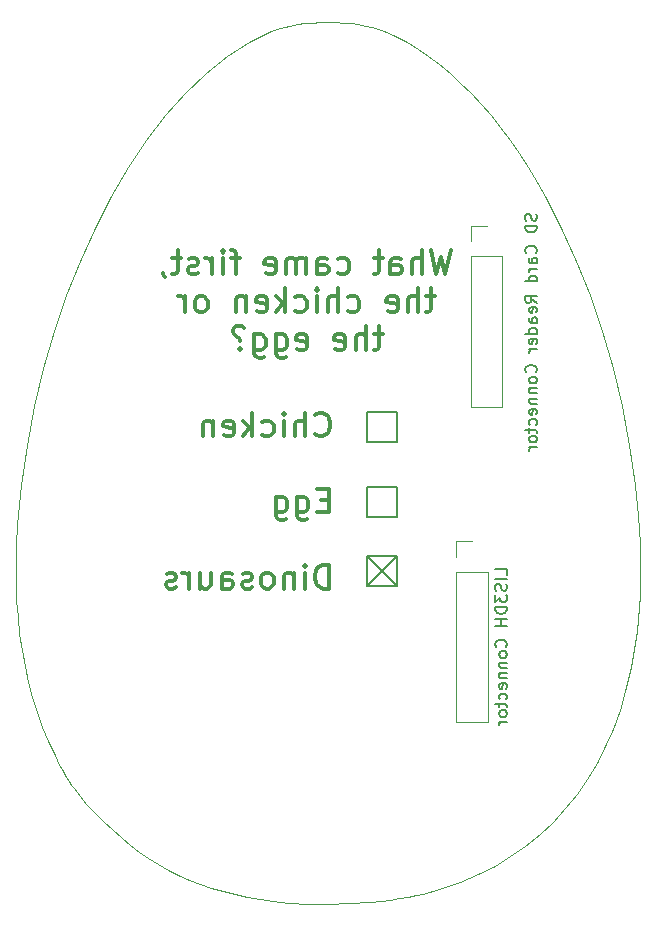
<source format=gbr>
%TF.GenerationSoftware,KiCad,Pcbnew,(6.0.6)*%
%TF.CreationDate,2022-07-21T10:54:16-07:00*%
%TF.ProjectId,ElectronicEggDrop,456c6563-7472-46f6-9e69-634567674472,rev?*%
%TF.SameCoordinates,Original*%
%TF.FileFunction,Legend,Bot*%
%TF.FilePolarity,Positive*%
%FSLAX46Y46*%
G04 Gerber Fmt 4.6, Leading zero omitted, Abs format (unit mm)*
G04 Created by KiCad (PCBNEW (6.0.6)) date 2022-07-21 10:54:16*
%MOMM*%
%LPD*%
G01*
G04 APERTURE LIST*
%ADD10C,0.150000*%
%TA.AperFunction,Profile*%
%ADD11C,0.025399*%
%TD*%
%ADD12C,0.300000*%
%ADD13C,0.120000*%
G04 APERTURE END LIST*
D10*
X137160000Y-115570000D02*
X139700000Y-115570000D01*
X139700000Y-115570000D02*
X139700000Y-113030000D01*
X139700000Y-113030000D02*
X137160000Y-113030000D01*
X137160000Y-113030000D02*
X137160000Y-115570000D01*
X137160000Y-113030000D02*
X139700000Y-115570000D01*
X137160000Y-109681228D02*
X139700000Y-109681228D01*
X139700000Y-109681228D02*
X139700000Y-107141228D01*
X139700000Y-107141228D02*
X137160000Y-107141228D01*
X137160000Y-107141228D02*
X137160000Y-109681228D01*
X137160000Y-103331228D02*
X139700000Y-103331228D01*
X139700000Y-103331228D02*
X139700000Y-100791228D01*
X139700000Y-100791228D02*
X137160000Y-100791228D01*
X137160000Y-100791228D02*
X137160000Y-103331228D01*
X137160000Y-115570000D02*
X139700000Y-113030000D01*
D11*
X110955611Y-130290463D02*
X110755790Y-129884972D01*
X111953453Y-132047527D02*
X111746614Y-131722071D01*
X109262709Y-126233297D02*
X108865549Y-124967472D01*
X109774374Y-97090331D02*
X110679355Y-93949659D01*
X159048980Y-124434594D02*
X158580224Y-126060765D01*
X132570500Y-67846666D02*
X133224333Y-67810711D01*
X111545642Y-131386665D02*
X111348306Y-131038280D01*
X135197799Y-67846666D02*
X135839665Y-67906591D01*
X133224333Y-67810711D02*
X133884150Y-67798726D01*
X140648716Y-141868040D02*
X139909930Y-141985810D01*
X129108230Y-68565766D02*
X129600509Y-68385991D01*
X107500344Y-112057038D02*
X107589163Y-110413964D01*
X153644037Y-85197673D02*
X154906137Y-87985107D01*
X142399300Y-70666716D02*
X143308753Y-71354665D01*
X114835540Y-135421166D02*
X114835540Y-135421166D01*
X116325886Y-136803079D02*
X115573617Y-136132831D01*
X123565303Y-72103961D02*
X125371362Y-70666342D01*
X129108230Y-68565766D02*
X129108230Y-68565766D01*
X139608018Y-68989629D02*
X140547898Y-69482324D01*
X159048980Y-124434594D02*
X159048980Y-124434594D01*
X138660064Y-68565766D02*
X139608018Y-68989629D01*
X145089993Y-72912702D02*
X145959711Y-73779042D01*
X159518034Y-122405316D02*
X159297061Y-123416277D01*
X138660064Y-68565766D02*
X138660064Y-68565766D01*
X108220406Y-122349862D02*
X107971882Y-120993723D01*
X159297061Y-123416277D02*
X159048980Y-124434594D01*
X117879216Y-138022275D02*
X117093901Y-137432647D01*
X143554273Y-141139184D02*
X141945068Y-141598229D01*
X131304718Y-67990486D02*
X131928634Y-67906591D01*
X115491502Y-82562526D02*
X116951002Y-80084989D01*
X159879333Y-120390834D02*
X159712068Y-121398054D01*
X130594698Y-142383751D02*
X129876023Y-142326217D01*
X143308753Y-71354665D02*
X144205995Y-72103952D01*
X123991364Y-141093309D02*
X123041435Y-140762606D01*
X118496451Y-77785292D02*
X120119529Y-75678508D01*
X148472852Y-76704865D02*
X149275113Y-77782827D01*
X153978971Y-134376577D02*
X152929983Y-135506280D01*
X121224558Y-139996134D02*
X120354502Y-139558891D01*
X159387783Y-103616389D02*
X159860427Y-106976540D01*
X160134238Y-118361896D02*
X160020000Y-119380000D01*
X158762879Y-100314217D02*
X159387783Y-103616389D01*
X118683385Y-138572699D02*
X117879216Y-138022275D01*
X119507963Y-139084659D02*
X118683385Y-138572699D01*
X150605633Y-137530539D02*
X149333701Y-138421653D01*
X107589163Y-110413964D02*
X107725092Y-108721190D01*
X151804966Y-136558174D02*
X150605633Y-137530539D01*
X127025762Y-141884150D02*
X125981973Y-141653343D01*
X133884150Y-67798726D02*
X134543966Y-67810711D01*
X123041435Y-140762606D02*
X122119684Y-140397127D01*
X125371362Y-70666342D02*
X127221777Y-69481919D01*
X158023432Y-127621175D02*
X157380321Y-129114104D01*
X154950214Y-133170787D02*
X153978971Y-134376577D01*
X150820251Y-80081543D02*
X151561060Y-81298549D01*
X157993989Y-97085013D02*
X158762879Y-100314217D01*
X159860427Y-106976540D02*
X159860427Y-106976540D01*
X111348306Y-131038280D02*
X111152373Y-130673889D01*
X145959711Y-73779042D02*
X146814117Y-74701098D01*
X129218078Y-142251046D02*
X129218078Y-142251031D01*
X120119529Y-75678508D02*
X121811920Y-73779707D01*
X158580224Y-126060765D02*
X158023432Y-127621175D01*
X109005252Y-100318416D02*
X109774374Y-97090331D01*
X140547898Y-69482324D02*
X141478670Y-70041978D01*
X130704736Y-68098351D02*
X131304718Y-67990486D01*
X113753080Y-134301541D02*
X113442680Y-133960930D01*
X154906137Y-87985107D02*
X156057345Y-90905468D01*
X160274181Y-111895825D02*
X160314946Y-113034339D01*
X111746614Y-131722071D02*
X111545642Y-131386665D01*
X114126269Y-85202833D02*
X115491502Y-82562526D01*
X113153769Y-133631570D02*
X112884117Y-133310431D01*
X124971025Y-141389976D02*
X123991364Y-141093309D01*
X157380321Y-129114104D02*
X156652603Y-130537829D01*
X112393660Y-132680707D02*
X112168391Y-132366063D01*
X160222218Y-117332865D02*
X160134238Y-118361896D01*
X137063561Y-68098351D02*
X137633624Y-68230186D01*
X129600509Y-68385991D02*
X130134672Y-68230186D01*
X112884117Y-133310431D02*
X112631491Y-132994486D01*
X132177898Y-142447768D02*
X130594698Y-142383751D01*
X147990883Y-139229796D02*
X146578896Y-139953246D01*
X110207559Y-128689869D02*
X109709955Y-127473370D01*
X137633624Y-68230186D02*
X138167786Y-68385991D01*
X128103946Y-142083133D02*
X127025762Y-141884150D01*
X149275113Y-77782827D02*
X150057924Y-78909011D01*
X145099455Y-140590282D02*
X143554273Y-141139184D01*
X156652603Y-130537829D02*
X155841996Y-131890631D01*
X107458904Y-113652591D02*
X107500344Y-112057038D01*
X127221777Y-69481919D02*
X129108230Y-68565766D01*
X130134672Y-68230186D02*
X130704736Y-68098351D01*
X141330124Y-141738691D02*
X140648716Y-141868040D01*
X108380308Y-103618843D02*
X109005252Y-100318416D01*
X125981973Y-141653343D02*
X124971025Y-141389976D01*
X109709955Y-127473370D02*
X109262709Y-126233297D01*
X107907859Y-106976540D02*
X107907859Y-106976540D01*
X135673308Y-142384656D02*
X133894995Y-142446827D01*
X114835540Y-135421166D02*
X114087203Y-134656432D01*
X138167786Y-68385991D02*
X138660064Y-68565766D01*
X144205995Y-72103952D02*
X145089993Y-72912702D01*
X129218078Y-142251031D02*
X128103946Y-142083133D01*
X146814117Y-74701098D02*
X147652175Y-75676997D01*
X160020000Y-119380000D02*
X159879333Y-120390834D01*
X107519249Y-116709839D02*
X107465116Y-115202799D01*
X159712068Y-121398054D02*
X159518034Y-122405316D01*
X111152373Y-130673889D02*
X110955611Y-130290463D01*
X160320080Y-115227395D02*
X160284108Y-116289250D01*
X141478670Y-70041978D02*
X142399300Y-70666716D01*
X108518205Y-123673720D02*
X108220406Y-122349862D01*
X112168391Y-132366063D02*
X111953453Y-132047527D01*
X112631491Y-132994486D02*
X112393660Y-132680707D01*
X110755790Y-129884972D02*
X110755790Y-129884972D01*
X150057924Y-78909011D02*
X150820251Y-80081543D01*
X152929983Y-135506280D02*
X151804966Y-136558174D01*
X114087203Y-134656432D02*
X113753080Y-134301541D01*
X129218078Y-142251046D02*
X129218078Y-142251046D01*
X159860427Y-106976540D02*
X160117102Y-109516541D01*
X152279317Y-82558155D02*
X153644037Y-85197673D01*
X110755790Y-129884972D02*
X110207559Y-128689869D01*
X141945068Y-141598229D02*
X141945068Y-141598229D01*
X113442680Y-133960930D02*
X113153769Y-133631570D01*
X121811920Y-73779707D02*
X123565303Y-72103961D01*
X160284108Y-116289250D02*
X160222218Y-117332865D01*
X112863621Y-87990839D02*
X114126269Y-85202833D01*
X135839665Y-67906591D02*
X136463580Y-67990486D01*
X133894995Y-142446827D02*
X132177898Y-142447768D01*
X115573617Y-136132831D02*
X114835540Y-135421166D01*
X141945068Y-141598229D02*
X141330124Y-141738691D01*
X107465116Y-115202799D02*
X107458904Y-113652591D01*
X160330303Y-114143644D02*
X160320080Y-115227395D01*
X107621574Y-118175888D02*
X107519249Y-116709839D01*
X147652175Y-75676997D02*
X148472852Y-76704865D01*
X117093901Y-137432647D02*
X116325886Y-136803079D01*
X111711877Y-90911471D02*
X112863621Y-87990839D01*
X108865549Y-124967472D02*
X108518205Y-123673720D01*
X155841996Y-131890631D02*
X154950214Y-133170787D01*
X156057345Y-90905468D02*
X157089387Y-93943767D01*
X157089387Y-93943767D02*
X157993989Y-97085013D01*
X107971882Y-120993723D02*
X107772361Y-119603123D01*
X151561060Y-81298549D02*
X152279317Y-82558155D01*
X110679355Y-93949659D02*
X111711877Y-90911471D01*
X139909930Y-141985810D02*
X139122851Y-142091534D01*
X160314946Y-113034339D02*
X160330303Y-114143644D01*
X107772361Y-119603123D02*
X107621574Y-118175888D01*
X136463580Y-67990486D02*
X137063561Y-68098351D01*
X149333701Y-138421653D02*
X147990883Y-139229796D01*
X122119684Y-140397127D02*
X121224558Y-139996134D01*
X116951002Y-80084989D02*
X118496451Y-77785292D01*
X160117102Y-109516541D02*
X160274181Y-111895825D01*
X107907859Y-106976540D02*
X108380308Y-103618843D01*
X137440155Y-142264982D02*
X135673308Y-142384656D01*
X139122851Y-142091534D02*
X137440155Y-142264982D01*
X134543966Y-67810711D02*
X135197799Y-67846666D01*
X107725092Y-108721190D02*
X107907859Y-106976540D01*
X120354502Y-139558891D02*
X119507963Y-139084659D01*
X129876023Y-142326217D02*
X129218078Y-142251046D01*
X146578896Y-139953246D02*
X145099455Y-140590282D01*
X131928634Y-67906591D02*
X132570500Y-67846666D01*
D12*
X132805952Y-102685513D02*
X132901190Y-102780751D01*
X133186904Y-102875989D01*
X133377380Y-102875989D01*
X133663095Y-102780751D01*
X133853571Y-102590275D01*
X133948809Y-102399799D01*
X134044047Y-102018847D01*
X134044047Y-101733132D01*
X133948809Y-101352180D01*
X133853571Y-101161704D01*
X133663095Y-100971228D01*
X133377380Y-100875989D01*
X133186904Y-100875989D01*
X132901190Y-100971228D01*
X132805952Y-101066466D01*
X131948809Y-102875989D02*
X131948809Y-100875989D01*
X131091666Y-102875989D02*
X131091666Y-101828370D01*
X131186904Y-101637894D01*
X131377380Y-101542656D01*
X131663095Y-101542656D01*
X131853571Y-101637894D01*
X131948809Y-101733132D01*
X130139285Y-102875989D02*
X130139285Y-101542656D01*
X130139285Y-100875989D02*
X130234523Y-100971228D01*
X130139285Y-101066466D01*
X130044047Y-100971228D01*
X130139285Y-100875989D01*
X130139285Y-101066466D01*
X128329761Y-102780751D02*
X128520238Y-102875989D01*
X128901190Y-102875989D01*
X129091666Y-102780751D01*
X129186904Y-102685513D01*
X129282142Y-102495037D01*
X129282142Y-101923608D01*
X129186904Y-101733132D01*
X129091666Y-101637894D01*
X128901190Y-101542656D01*
X128520238Y-101542656D01*
X128329761Y-101637894D01*
X127472619Y-102875989D02*
X127472619Y-100875989D01*
X127282142Y-102114085D02*
X126710714Y-102875989D01*
X126710714Y-101542656D02*
X127472619Y-102304561D01*
X125091666Y-102780751D02*
X125282142Y-102875989D01*
X125663095Y-102875989D01*
X125853571Y-102780751D01*
X125948809Y-102590275D01*
X125948809Y-101828370D01*
X125853571Y-101637894D01*
X125663095Y-101542656D01*
X125282142Y-101542656D01*
X125091666Y-101637894D01*
X124996428Y-101828370D01*
X124996428Y-102018847D01*
X125948809Y-102209323D01*
X124139285Y-101542656D02*
X124139285Y-102875989D01*
X124139285Y-101733132D02*
X124044047Y-101637894D01*
X123853571Y-101542656D01*
X123567857Y-101542656D01*
X123377380Y-101637894D01*
X123282142Y-101828370D01*
X123282142Y-102875989D01*
X133948809Y-108268370D02*
X133282142Y-108268370D01*
X132996428Y-109315989D02*
X133948809Y-109315989D01*
X133948809Y-107315989D01*
X132996428Y-107315989D01*
X131282142Y-107982656D02*
X131282142Y-109601704D01*
X131377380Y-109792180D01*
X131472619Y-109887418D01*
X131663095Y-109982656D01*
X131948809Y-109982656D01*
X132139285Y-109887418D01*
X131282142Y-109220751D02*
X131472619Y-109315989D01*
X131853571Y-109315989D01*
X132044047Y-109220751D01*
X132139285Y-109125513D01*
X132234523Y-108935037D01*
X132234523Y-108363608D01*
X132139285Y-108173132D01*
X132044047Y-108077894D01*
X131853571Y-107982656D01*
X131472619Y-107982656D01*
X131282142Y-108077894D01*
X129472619Y-107982656D02*
X129472619Y-109601704D01*
X129567857Y-109792180D01*
X129663095Y-109887418D01*
X129853571Y-109982656D01*
X130139285Y-109982656D01*
X130329761Y-109887418D01*
X129472619Y-109220751D02*
X129663095Y-109315989D01*
X130044047Y-109315989D01*
X130234523Y-109220751D01*
X130329761Y-109125513D01*
X130425000Y-108935037D01*
X130425000Y-108363608D01*
X130329761Y-108173132D01*
X130234523Y-108077894D01*
X130044047Y-107982656D01*
X129663095Y-107982656D01*
X129472619Y-108077894D01*
X133948809Y-115755989D02*
X133948809Y-113755989D01*
X133472619Y-113755989D01*
X133186904Y-113851228D01*
X132996428Y-114041704D01*
X132901190Y-114232180D01*
X132805952Y-114613132D01*
X132805952Y-114898847D01*
X132901190Y-115279799D01*
X132996428Y-115470275D01*
X133186904Y-115660751D01*
X133472619Y-115755989D01*
X133948809Y-115755989D01*
X131948809Y-115755989D02*
X131948809Y-114422656D01*
X131948809Y-113755989D02*
X132044047Y-113851228D01*
X131948809Y-113946466D01*
X131853571Y-113851228D01*
X131948809Y-113755989D01*
X131948809Y-113946466D01*
X130996428Y-114422656D02*
X130996428Y-115755989D01*
X130996428Y-114613132D02*
X130901190Y-114517894D01*
X130710714Y-114422656D01*
X130425000Y-114422656D01*
X130234523Y-114517894D01*
X130139285Y-114708370D01*
X130139285Y-115755989D01*
X128901190Y-115755989D02*
X129091666Y-115660751D01*
X129186904Y-115565513D01*
X129282142Y-115375037D01*
X129282142Y-114803608D01*
X129186904Y-114613132D01*
X129091666Y-114517894D01*
X128901190Y-114422656D01*
X128615476Y-114422656D01*
X128425000Y-114517894D01*
X128329761Y-114613132D01*
X128234523Y-114803608D01*
X128234523Y-115375037D01*
X128329761Y-115565513D01*
X128425000Y-115660751D01*
X128615476Y-115755989D01*
X128901190Y-115755989D01*
X127472619Y-115660751D02*
X127282142Y-115755989D01*
X126901190Y-115755989D01*
X126710714Y-115660751D01*
X126615476Y-115470275D01*
X126615476Y-115375037D01*
X126710714Y-115184561D01*
X126901190Y-115089323D01*
X127186904Y-115089323D01*
X127377380Y-114994085D01*
X127472619Y-114803608D01*
X127472619Y-114708370D01*
X127377380Y-114517894D01*
X127186904Y-114422656D01*
X126901190Y-114422656D01*
X126710714Y-114517894D01*
X124901190Y-115755989D02*
X124901190Y-114708370D01*
X124996428Y-114517894D01*
X125186904Y-114422656D01*
X125567857Y-114422656D01*
X125758333Y-114517894D01*
X124901190Y-115660751D02*
X125091666Y-115755989D01*
X125567857Y-115755989D01*
X125758333Y-115660751D01*
X125853571Y-115470275D01*
X125853571Y-115279799D01*
X125758333Y-115089323D01*
X125567857Y-114994085D01*
X125091666Y-114994085D01*
X124901190Y-114898847D01*
X123091666Y-114422656D02*
X123091666Y-115755989D01*
X123948809Y-114422656D02*
X123948809Y-115470275D01*
X123853571Y-115660751D01*
X123663095Y-115755989D01*
X123377380Y-115755989D01*
X123186904Y-115660751D01*
X123091666Y-115565513D01*
X122139285Y-115755989D02*
X122139285Y-114422656D01*
X122139285Y-114803608D02*
X122044047Y-114613132D01*
X121948809Y-114517894D01*
X121758333Y-114422656D01*
X121567857Y-114422656D01*
X120996428Y-115660751D02*
X120805952Y-115755989D01*
X120425000Y-115755989D01*
X120234523Y-115660751D01*
X120139285Y-115470275D01*
X120139285Y-115375037D01*
X120234523Y-115184561D01*
X120425000Y-115089323D01*
X120710714Y-115089323D01*
X120901190Y-114994085D01*
X120996428Y-114803608D01*
X120996428Y-114708370D01*
X120901190Y-114517894D01*
X120710714Y-114422656D01*
X120425000Y-114422656D01*
X120234523Y-114517894D01*
X144318095Y-87124761D02*
X143841904Y-89124761D01*
X143460952Y-87696190D01*
X143080000Y-89124761D01*
X142603809Y-87124761D01*
X141841904Y-89124761D02*
X141841904Y-87124761D01*
X140984761Y-89124761D02*
X140984761Y-88077142D01*
X141080000Y-87886666D01*
X141270476Y-87791428D01*
X141556190Y-87791428D01*
X141746666Y-87886666D01*
X141841904Y-87981904D01*
X139175238Y-89124761D02*
X139175238Y-88077142D01*
X139270476Y-87886666D01*
X139460952Y-87791428D01*
X139841904Y-87791428D01*
X140032380Y-87886666D01*
X139175238Y-89029523D02*
X139365714Y-89124761D01*
X139841904Y-89124761D01*
X140032380Y-89029523D01*
X140127619Y-88839047D01*
X140127619Y-88648571D01*
X140032380Y-88458095D01*
X139841904Y-88362857D01*
X139365714Y-88362857D01*
X139175238Y-88267619D01*
X138508571Y-87791428D02*
X137746666Y-87791428D01*
X138222857Y-87124761D02*
X138222857Y-88839047D01*
X138127619Y-89029523D01*
X137937142Y-89124761D01*
X137746666Y-89124761D01*
X134699047Y-89029523D02*
X134889523Y-89124761D01*
X135270476Y-89124761D01*
X135460952Y-89029523D01*
X135556190Y-88934285D01*
X135651428Y-88743809D01*
X135651428Y-88172380D01*
X135556190Y-87981904D01*
X135460952Y-87886666D01*
X135270476Y-87791428D01*
X134889523Y-87791428D01*
X134699047Y-87886666D01*
X132984761Y-89124761D02*
X132984761Y-88077142D01*
X133080000Y-87886666D01*
X133270476Y-87791428D01*
X133651428Y-87791428D01*
X133841904Y-87886666D01*
X132984761Y-89029523D02*
X133175238Y-89124761D01*
X133651428Y-89124761D01*
X133841904Y-89029523D01*
X133937142Y-88839047D01*
X133937142Y-88648571D01*
X133841904Y-88458095D01*
X133651428Y-88362857D01*
X133175238Y-88362857D01*
X132984761Y-88267619D01*
X132032380Y-89124761D02*
X132032380Y-87791428D01*
X132032380Y-87981904D02*
X131937142Y-87886666D01*
X131746666Y-87791428D01*
X131460952Y-87791428D01*
X131270476Y-87886666D01*
X131175238Y-88077142D01*
X131175238Y-89124761D01*
X131175238Y-88077142D02*
X131080000Y-87886666D01*
X130889523Y-87791428D01*
X130603809Y-87791428D01*
X130413333Y-87886666D01*
X130318095Y-88077142D01*
X130318095Y-89124761D01*
X128603809Y-89029523D02*
X128794285Y-89124761D01*
X129175238Y-89124761D01*
X129365714Y-89029523D01*
X129460952Y-88839047D01*
X129460952Y-88077142D01*
X129365714Y-87886666D01*
X129175238Y-87791428D01*
X128794285Y-87791428D01*
X128603809Y-87886666D01*
X128508571Y-88077142D01*
X128508571Y-88267619D01*
X129460952Y-88458095D01*
X126413333Y-87791428D02*
X125651428Y-87791428D01*
X126127619Y-89124761D02*
X126127619Y-87410476D01*
X126032380Y-87220000D01*
X125841904Y-87124761D01*
X125651428Y-87124761D01*
X124984761Y-89124761D02*
X124984761Y-87791428D01*
X124984761Y-87124761D02*
X125080000Y-87220000D01*
X124984761Y-87315238D01*
X124889523Y-87220000D01*
X124984761Y-87124761D01*
X124984761Y-87315238D01*
X124032380Y-89124761D02*
X124032380Y-87791428D01*
X124032380Y-88172380D02*
X123937142Y-87981904D01*
X123841904Y-87886666D01*
X123651428Y-87791428D01*
X123460952Y-87791428D01*
X122889523Y-89029523D02*
X122699047Y-89124761D01*
X122318095Y-89124761D01*
X122127619Y-89029523D01*
X122032380Y-88839047D01*
X122032380Y-88743809D01*
X122127619Y-88553333D01*
X122318095Y-88458095D01*
X122603809Y-88458095D01*
X122794285Y-88362857D01*
X122889523Y-88172380D01*
X122889523Y-88077142D01*
X122794285Y-87886666D01*
X122603809Y-87791428D01*
X122318095Y-87791428D01*
X122127619Y-87886666D01*
X121460952Y-87791428D02*
X120699047Y-87791428D01*
X121175238Y-87124761D02*
X121175238Y-88839047D01*
X121080000Y-89029523D01*
X120889523Y-89124761D01*
X120699047Y-89124761D01*
X119937142Y-89029523D02*
X119937142Y-89124761D01*
X120032380Y-89315238D01*
X120127619Y-89410476D01*
X142937142Y-91011428D02*
X142175238Y-91011428D01*
X142651428Y-90344761D02*
X142651428Y-92059047D01*
X142556190Y-92249523D01*
X142365714Y-92344761D01*
X142175238Y-92344761D01*
X141508571Y-92344761D02*
X141508571Y-90344761D01*
X140651428Y-92344761D02*
X140651428Y-91297142D01*
X140746666Y-91106666D01*
X140937142Y-91011428D01*
X141222857Y-91011428D01*
X141413333Y-91106666D01*
X141508571Y-91201904D01*
X138937142Y-92249523D02*
X139127619Y-92344761D01*
X139508571Y-92344761D01*
X139699047Y-92249523D01*
X139794285Y-92059047D01*
X139794285Y-91297142D01*
X139699047Y-91106666D01*
X139508571Y-91011428D01*
X139127619Y-91011428D01*
X138937142Y-91106666D01*
X138841904Y-91297142D01*
X138841904Y-91487619D01*
X139794285Y-91678095D01*
X135603809Y-92249523D02*
X135794285Y-92344761D01*
X136175238Y-92344761D01*
X136365714Y-92249523D01*
X136460952Y-92154285D01*
X136556190Y-91963809D01*
X136556190Y-91392380D01*
X136460952Y-91201904D01*
X136365714Y-91106666D01*
X136175238Y-91011428D01*
X135794285Y-91011428D01*
X135603809Y-91106666D01*
X134746666Y-92344761D02*
X134746666Y-90344761D01*
X133889523Y-92344761D02*
X133889523Y-91297142D01*
X133984761Y-91106666D01*
X134175238Y-91011428D01*
X134460952Y-91011428D01*
X134651428Y-91106666D01*
X134746666Y-91201904D01*
X132937142Y-92344761D02*
X132937142Y-91011428D01*
X132937142Y-90344761D02*
X133032380Y-90440000D01*
X132937142Y-90535238D01*
X132841904Y-90440000D01*
X132937142Y-90344761D01*
X132937142Y-90535238D01*
X131127619Y-92249523D02*
X131318095Y-92344761D01*
X131699047Y-92344761D01*
X131889523Y-92249523D01*
X131984761Y-92154285D01*
X132080000Y-91963809D01*
X132080000Y-91392380D01*
X131984761Y-91201904D01*
X131889523Y-91106666D01*
X131699047Y-91011428D01*
X131318095Y-91011428D01*
X131127619Y-91106666D01*
X130270476Y-92344761D02*
X130270476Y-90344761D01*
X130080000Y-91582857D02*
X129508571Y-92344761D01*
X129508571Y-91011428D02*
X130270476Y-91773333D01*
X127889523Y-92249523D02*
X128080000Y-92344761D01*
X128460952Y-92344761D01*
X128651428Y-92249523D01*
X128746666Y-92059047D01*
X128746666Y-91297142D01*
X128651428Y-91106666D01*
X128460952Y-91011428D01*
X128080000Y-91011428D01*
X127889523Y-91106666D01*
X127794285Y-91297142D01*
X127794285Y-91487619D01*
X128746666Y-91678095D01*
X126937142Y-91011428D02*
X126937142Y-92344761D01*
X126937142Y-91201904D02*
X126841904Y-91106666D01*
X126651428Y-91011428D01*
X126365714Y-91011428D01*
X126175238Y-91106666D01*
X126080000Y-91297142D01*
X126080000Y-92344761D01*
X123318095Y-92344761D02*
X123508571Y-92249523D01*
X123603809Y-92154285D01*
X123699047Y-91963809D01*
X123699047Y-91392380D01*
X123603809Y-91201904D01*
X123508571Y-91106666D01*
X123318095Y-91011428D01*
X123032380Y-91011428D01*
X122841904Y-91106666D01*
X122746666Y-91201904D01*
X122651428Y-91392380D01*
X122651428Y-91963809D01*
X122746666Y-92154285D01*
X122841904Y-92249523D01*
X123032380Y-92344761D01*
X123318095Y-92344761D01*
X121794285Y-92344761D02*
X121794285Y-91011428D01*
X121794285Y-91392380D02*
X121699047Y-91201904D01*
X121603809Y-91106666D01*
X121413333Y-91011428D01*
X121222857Y-91011428D01*
X138508571Y-94231428D02*
X137746666Y-94231428D01*
X138222857Y-93564761D02*
X138222857Y-95279047D01*
X138127619Y-95469523D01*
X137937142Y-95564761D01*
X137746666Y-95564761D01*
X137080000Y-95564761D02*
X137080000Y-93564761D01*
X136222857Y-95564761D02*
X136222857Y-94517142D01*
X136318095Y-94326666D01*
X136508571Y-94231428D01*
X136794285Y-94231428D01*
X136984761Y-94326666D01*
X137080000Y-94421904D01*
X134508571Y-95469523D02*
X134699047Y-95564761D01*
X135080000Y-95564761D01*
X135270476Y-95469523D01*
X135365714Y-95279047D01*
X135365714Y-94517142D01*
X135270476Y-94326666D01*
X135080000Y-94231428D01*
X134699047Y-94231428D01*
X134508571Y-94326666D01*
X134413333Y-94517142D01*
X134413333Y-94707619D01*
X135365714Y-94898095D01*
X131270476Y-95469523D02*
X131460952Y-95564761D01*
X131841904Y-95564761D01*
X132032380Y-95469523D01*
X132127619Y-95279047D01*
X132127619Y-94517142D01*
X132032380Y-94326666D01*
X131841904Y-94231428D01*
X131460952Y-94231428D01*
X131270476Y-94326666D01*
X131175238Y-94517142D01*
X131175238Y-94707619D01*
X132127619Y-94898095D01*
X129460952Y-94231428D02*
X129460952Y-95850476D01*
X129556190Y-96040952D01*
X129651428Y-96136190D01*
X129841904Y-96231428D01*
X130127619Y-96231428D01*
X130318095Y-96136190D01*
X129460952Y-95469523D02*
X129651428Y-95564761D01*
X130032380Y-95564761D01*
X130222857Y-95469523D01*
X130318095Y-95374285D01*
X130413333Y-95183809D01*
X130413333Y-94612380D01*
X130318095Y-94421904D01*
X130222857Y-94326666D01*
X130032380Y-94231428D01*
X129651428Y-94231428D01*
X129460952Y-94326666D01*
X127651428Y-94231428D02*
X127651428Y-95850476D01*
X127746666Y-96040952D01*
X127841904Y-96136190D01*
X128032380Y-96231428D01*
X128318095Y-96231428D01*
X128508571Y-96136190D01*
X127651428Y-95469523D02*
X127841904Y-95564761D01*
X128222857Y-95564761D01*
X128413333Y-95469523D01*
X128508571Y-95374285D01*
X128603809Y-95183809D01*
X128603809Y-94612380D01*
X128508571Y-94421904D01*
X128413333Y-94326666D01*
X128222857Y-94231428D01*
X127841904Y-94231428D01*
X127651428Y-94326666D01*
X126413333Y-95374285D02*
X126318095Y-95469523D01*
X126413333Y-95564761D01*
X126508571Y-95469523D01*
X126413333Y-95374285D01*
X126413333Y-95564761D01*
X126794285Y-93660000D02*
X126603809Y-93564761D01*
X126127619Y-93564761D01*
X125937142Y-93660000D01*
X125841904Y-93850476D01*
X125841904Y-94040952D01*
X125937142Y-94231428D01*
X126032380Y-94326666D01*
X126222857Y-94421904D01*
X126318095Y-94517142D01*
X126413333Y-94707619D01*
X126413333Y-94802857D01*
D10*
%TO.C,LIS3DH Connector*%
X149042380Y-114602380D02*
X149042380Y-114126190D01*
X148042380Y-114126190D01*
X149042380Y-114935714D02*
X148042380Y-114935714D01*
X148994761Y-115364285D02*
X149042380Y-115507142D01*
X149042380Y-115745238D01*
X148994761Y-115840476D01*
X148947142Y-115888095D01*
X148851904Y-115935714D01*
X148756666Y-115935714D01*
X148661428Y-115888095D01*
X148613809Y-115840476D01*
X148566190Y-115745238D01*
X148518571Y-115554761D01*
X148470952Y-115459523D01*
X148423333Y-115411904D01*
X148328095Y-115364285D01*
X148232857Y-115364285D01*
X148137619Y-115411904D01*
X148090000Y-115459523D01*
X148042380Y-115554761D01*
X148042380Y-115792857D01*
X148090000Y-115935714D01*
X148042380Y-116269047D02*
X148042380Y-116888095D01*
X148423333Y-116554761D01*
X148423333Y-116697619D01*
X148470952Y-116792857D01*
X148518571Y-116840476D01*
X148613809Y-116888095D01*
X148851904Y-116888095D01*
X148947142Y-116840476D01*
X148994761Y-116792857D01*
X149042380Y-116697619D01*
X149042380Y-116411904D01*
X148994761Y-116316666D01*
X148947142Y-116269047D01*
X149042380Y-117316666D02*
X148042380Y-117316666D01*
X148042380Y-117554761D01*
X148090000Y-117697619D01*
X148185238Y-117792857D01*
X148280476Y-117840476D01*
X148470952Y-117888095D01*
X148613809Y-117888095D01*
X148804285Y-117840476D01*
X148899523Y-117792857D01*
X148994761Y-117697619D01*
X149042380Y-117554761D01*
X149042380Y-117316666D01*
X149042380Y-118316666D02*
X148042380Y-118316666D01*
X148518571Y-118316666D02*
X148518571Y-118888095D01*
X149042380Y-118888095D02*
X148042380Y-118888095D01*
X148947142Y-120697619D02*
X148994761Y-120650000D01*
X149042380Y-120507142D01*
X149042380Y-120411904D01*
X148994761Y-120269047D01*
X148899523Y-120173809D01*
X148804285Y-120126190D01*
X148613809Y-120078571D01*
X148470952Y-120078571D01*
X148280476Y-120126190D01*
X148185238Y-120173809D01*
X148090000Y-120269047D01*
X148042380Y-120411904D01*
X148042380Y-120507142D01*
X148090000Y-120650000D01*
X148137619Y-120697619D01*
X149042380Y-121269047D02*
X148994761Y-121173809D01*
X148947142Y-121126190D01*
X148851904Y-121078571D01*
X148566190Y-121078571D01*
X148470952Y-121126190D01*
X148423333Y-121173809D01*
X148375714Y-121269047D01*
X148375714Y-121411904D01*
X148423333Y-121507142D01*
X148470952Y-121554761D01*
X148566190Y-121602380D01*
X148851904Y-121602380D01*
X148947142Y-121554761D01*
X148994761Y-121507142D01*
X149042380Y-121411904D01*
X149042380Y-121269047D01*
X148375714Y-122030952D02*
X149042380Y-122030952D01*
X148470952Y-122030952D02*
X148423333Y-122078571D01*
X148375714Y-122173809D01*
X148375714Y-122316666D01*
X148423333Y-122411904D01*
X148518571Y-122459523D01*
X149042380Y-122459523D01*
X148375714Y-122935714D02*
X149042380Y-122935714D01*
X148470952Y-122935714D02*
X148423333Y-122983333D01*
X148375714Y-123078571D01*
X148375714Y-123221428D01*
X148423333Y-123316666D01*
X148518571Y-123364285D01*
X149042380Y-123364285D01*
X148994761Y-124221428D02*
X149042380Y-124126190D01*
X149042380Y-123935714D01*
X148994761Y-123840476D01*
X148899523Y-123792857D01*
X148518571Y-123792857D01*
X148423333Y-123840476D01*
X148375714Y-123935714D01*
X148375714Y-124126190D01*
X148423333Y-124221428D01*
X148518571Y-124269047D01*
X148613809Y-124269047D01*
X148709047Y-123792857D01*
X148994761Y-125126190D02*
X149042380Y-125030952D01*
X149042380Y-124840476D01*
X148994761Y-124745238D01*
X148947142Y-124697619D01*
X148851904Y-124650000D01*
X148566190Y-124650000D01*
X148470952Y-124697619D01*
X148423333Y-124745238D01*
X148375714Y-124840476D01*
X148375714Y-125030952D01*
X148423333Y-125126190D01*
X148375714Y-125411904D02*
X148375714Y-125792857D01*
X148042380Y-125554761D02*
X148899523Y-125554761D01*
X148994761Y-125602380D01*
X149042380Y-125697619D01*
X149042380Y-125792857D01*
X149042380Y-126269047D02*
X148994761Y-126173809D01*
X148947142Y-126126190D01*
X148851904Y-126078571D01*
X148566190Y-126078571D01*
X148470952Y-126126190D01*
X148423333Y-126173809D01*
X148375714Y-126269047D01*
X148375714Y-126411904D01*
X148423333Y-126507142D01*
X148470952Y-126554761D01*
X148566190Y-126602380D01*
X148851904Y-126602380D01*
X148947142Y-126554761D01*
X148994761Y-126507142D01*
X149042380Y-126411904D01*
X149042380Y-126269047D01*
X149042380Y-127030952D02*
X148375714Y-127030952D01*
X148566190Y-127030952D02*
X148470952Y-127078571D01*
X148423333Y-127126190D01*
X148375714Y-127221428D01*
X148375714Y-127316666D01*
%TO.C,SD Card Reader Connector*%
X151534761Y-84033809D02*
X151582380Y-84176666D01*
X151582380Y-84414761D01*
X151534761Y-84510000D01*
X151487142Y-84557619D01*
X151391904Y-84605238D01*
X151296666Y-84605238D01*
X151201428Y-84557619D01*
X151153809Y-84510000D01*
X151106190Y-84414761D01*
X151058571Y-84224285D01*
X151010952Y-84129047D01*
X150963333Y-84081428D01*
X150868095Y-84033809D01*
X150772857Y-84033809D01*
X150677619Y-84081428D01*
X150630000Y-84129047D01*
X150582380Y-84224285D01*
X150582380Y-84462380D01*
X150630000Y-84605238D01*
X151582380Y-85033809D02*
X150582380Y-85033809D01*
X150582380Y-85271904D01*
X150630000Y-85414761D01*
X150725238Y-85509999D01*
X150820476Y-85557619D01*
X151010952Y-85605238D01*
X151153809Y-85605238D01*
X151344285Y-85557619D01*
X151439523Y-85509999D01*
X151534761Y-85414761D01*
X151582380Y-85271904D01*
X151582380Y-85033809D01*
X151487142Y-87367142D02*
X151534761Y-87319523D01*
X151582380Y-87176666D01*
X151582380Y-87081428D01*
X151534761Y-86938571D01*
X151439523Y-86843333D01*
X151344285Y-86795714D01*
X151153809Y-86748095D01*
X151010952Y-86748095D01*
X150820476Y-86795714D01*
X150725238Y-86843333D01*
X150630000Y-86938571D01*
X150582380Y-87081428D01*
X150582380Y-87176666D01*
X150630000Y-87319523D01*
X150677619Y-87367142D01*
X151582380Y-88224285D02*
X151058571Y-88224285D01*
X150963333Y-88176666D01*
X150915714Y-88081428D01*
X150915714Y-87890952D01*
X150963333Y-87795714D01*
X151534761Y-88224285D02*
X151582380Y-88129047D01*
X151582380Y-87890952D01*
X151534761Y-87795714D01*
X151439523Y-87748095D01*
X151344285Y-87748095D01*
X151249047Y-87795714D01*
X151201428Y-87890952D01*
X151201428Y-88129047D01*
X151153809Y-88224285D01*
X151582380Y-88700476D02*
X150915714Y-88700476D01*
X151106190Y-88700476D02*
X151010952Y-88748095D01*
X150963333Y-88795714D01*
X150915714Y-88890952D01*
X150915714Y-88986190D01*
X151582380Y-89748095D02*
X150582380Y-89748095D01*
X151534761Y-89748095D02*
X151582380Y-89652857D01*
X151582380Y-89462380D01*
X151534761Y-89367142D01*
X151487142Y-89319523D01*
X151391904Y-89271904D01*
X151106190Y-89271904D01*
X151010952Y-89319523D01*
X150963333Y-89367142D01*
X150915714Y-89462380D01*
X150915714Y-89652857D01*
X150963333Y-89748095D01*
X151582380Y-91557619D02*
X151106190Y-91224285D01*
X151582380Y-90986190D02*
X150582380Y-90986190D01*
X150582380Y-91367142D01*
X150630000Y-91462380D01*
X150677619Y-91509999D01*
X150772857Y-91557619D01*
X150915714Y-91557619D01*
X151010952Y-91509999D01*
X151058571Y-91462380D01*
X151106190Y-91367142D01*
X151106190Y-90986190D01*
X151534761Y-92367142D02*
X151582380Y-92271904D01*
X151582380Y-92081428D01*
X151534761Y-91986190D01*
X151439523Y-91938571D01*
X151058571Y-91938571D01*
X150963333Y-91986190D01*
X150915714Y-92081428D01*
X150915714Y-92271904D01*
X150963333Y-92367142D01*
X151058571Y-92414761D01*
X151153809Y-92414761D01*
X151249047Y-91938571D01*
X151582380Y-93271904D02*
X151058571Y-93271904D01*
X150963333Y-93224285D01*
X150915714Y-93129047D01*
X150915714Y-92938571D01*
X150963333Y-92843333D01*
X151534761Y-93271904D02*
X151582380Y-93176666D01*
X151582380Y-92938571D01*
X151534761Y-92843333D01*
X151439523Y-92795714D01*
X151344285Y-92795714D01*
X151249047Y-92843333D01*
X151201428Y-92938571D01*
X151201428Y-93176666D01*
X151153809Y-93271904D01*
X151582380Y-94176666D02*
X150582380Y-94176666D01*
X151534761Y-94176666D02*
X151582380Y-94081428D01*
X151582380Y-93890952D01*
X151534761Y-93795714D01*
X151487142Y-93748095D01*
X151391904Y-93700476D01*
X151106190Y-93700476D01*
X151010952Y-93748095D01*
X150963333Y-93795714D01*
X150915714Y-93890952D01*
X150915714Y-94081428D01*
X150963333Y-94176666D01*
X151534761Y-95033809D02*
X151582380Y-94938571D01*
X151582380Y-94748095D01*
X151534761Y-94652857D01*
X151439523Y-94605238D01*
X151058571Y-94605238D01*
X150963333Y-94652857D01*
X150915714Y-94748095D01*
X150915714Y-94938571D01*
X150963333Y-95033809D01*
X151058571Y-95081428D01*
X151153809Y-95081428D01*
X151249047Y-94605238D01*
X151582380Y-95509999D02*
X150915714Y-95509999D01*
X151106190Y-95509999D02*
X151010952Y-95557619D01*
X150963333Y-95605238D01*
X150915714Y-95700476D01*
X150915714Y-95795714D01*
X151487142Y-97462380D02*
X151534761Y-97414761D01*
X151582380Y-97271904D01*
X151582380Y-97176666D01*
X151534761Y-97033809D01*
X151439523Y-96938571D01*
X151344285Y-96890952D01*
X151153809Y-96843333D01*
X151010952Y-96843333D01*
X150820476Y-96890952D01*
X150725238Y-96938571D01*
X150630000Y-97033809D01*
X150582380Y-97176666D01*
X150582380Y-97271904D01*
X150630000Y-97414761D01*
X150677619Y-97462380D01*
X151582380Y-98033809D02*
X151534761Y-97938571D01*
X151487142Y-97890952D01*
X151391904Y-97843333D01*
X151106190Y-97843333D01*
X151010952Y-97890952D01*
X150963333Y-97938571D01*
X150915714Y-98033809D01*
X150915714Y-98176666D01*
X150963333Y-98271904D01*
X151010952Y-98319523D01*
X151106190Y-98367142D01*
X151391904Y-98367142D01*
X151487142Y-98319523D01*
X151534761Y-98271904D01*
X151582380Y-98176666D01*
X151582380Y-98033809D01*
X150915714Y-98795714D02*
X151582380Y-98795714D01*
X151010952Y-98795714D02*
X150963333Y-98843333D01*
X150915714Y-98938571D01*
X150915714Y-99081428D01*
X150963333Y-99176666D01*
X151058571Y-99224285D01*
X151582380Y-99224285D01*
X150915714Y-99700476D02*
X151582380Y-99700476D01*
X151010952Y-99700476D02*
X150963333Y-99748095D01*
X150915714Y-99843333D01*
X150915714Y-99986190D01*
X150963333Y-100081428D01*
X151058571Y-100129047D01*
X151582380Y-100129047D01*
X151534761Y-100986190D02*
X151582380Y-100890952D01*
X151582380Y-100700476D01*
X151534761Y-100605238D01*
X151439523Y-100557619D01*
X151058571Y-100557619D01*
X150963333Y-100605238D01*
X150915714Y-100700476D01*
X150915714Y-100890952D01*
X150963333Y-100986190D01*
X151058571Y-101033809D01*
X151153809Y-101033809D01*
X151249047Y-100557619D01*
X151534761Y-101890952D02*
X151582380Y-101795714D01*
X151582380Y-101605238D01*
X151534761Y-101509999D01*
X151487142Y-101462380D01*
X151391904Y-101414761D01*
X151106190Y-101414761D01*
X151010952Y-101462380D01*
X150963333Y-101509999D01*
X150915714Y-101605238D01*
X150915714Y-101795714D01*
X150963333Y-101890952D01*
X150915714Y-102176666D02*
X150915714Y-102557619D01*
X150582380Y-102319523D02*
X151439523Y-102319523D01*
X151534761Y-102367142D01*
X151582380Y-102462380D01*
X151582380Y-102557619D01*
X151582380Y-103033809D02*
X151534761Y-102938571D01*
X151487142Y-102890952D01*
X151391904Y-102843333D01*
X151106190Y-102843333D01*
X151010952Y-102890952D01*
X150963333Y-102938571D01*
X150915714Y-103033809D01*
X150915714Y-103176666D01*
X150963333Y-103271904D01*
X151010952Y-103319523D01*
X151106190Y-103367142D01*
X151391904Y-103367142D01*
X151487142Y-103319523D01*
X151534761Y-103271904D01*
X151582380Y-103176666D01*
X151582380Y-103033809D01*
X151582380Y-103795714D02*
X150915714Y-103795714D01*
X151106190Y-103795714D02*
X151010952Y-103843333D01*
X150963333Y-103890952D01*
X150915714Y-103986190D01*
X150915714Y-104081428D01*
D13*
%TO.C,LIS3DH Connector*%
X147405000Y-114325000D02*
X147405000Y-127085000D01*
X144745000Y-111725000D02*
X144745000Y-113055000D01*
X144745000Y-114325000D02*
X144745000Y-127085000D01*
X147405000Y-114325000D02*
X144745000Y-114325000D01*
X147405000Y-127085000D02*
X144745000Y-127085000D01*
X146075000Y-111725000D02*
X144745000Y-111725000D01*
%TO.C,SD Card Reader Connector*%
X147320000Y-85030000D02*
X145990000Y-85030000D01*
X148650000Y-87630000D02*
X148650000Y-100390000D01*
X145990000Y-85030000D02*
X145990000Y-86360000D01*
X148650000Y-87630000D02*
X145990000Y-87630000D01*
X145990000Y-87630000D02*
X145990000Y-100390000D01*
X148650000Y-100390000D02*
X145990000Y-100390000D01*
%TD*%
M02*

</source>
